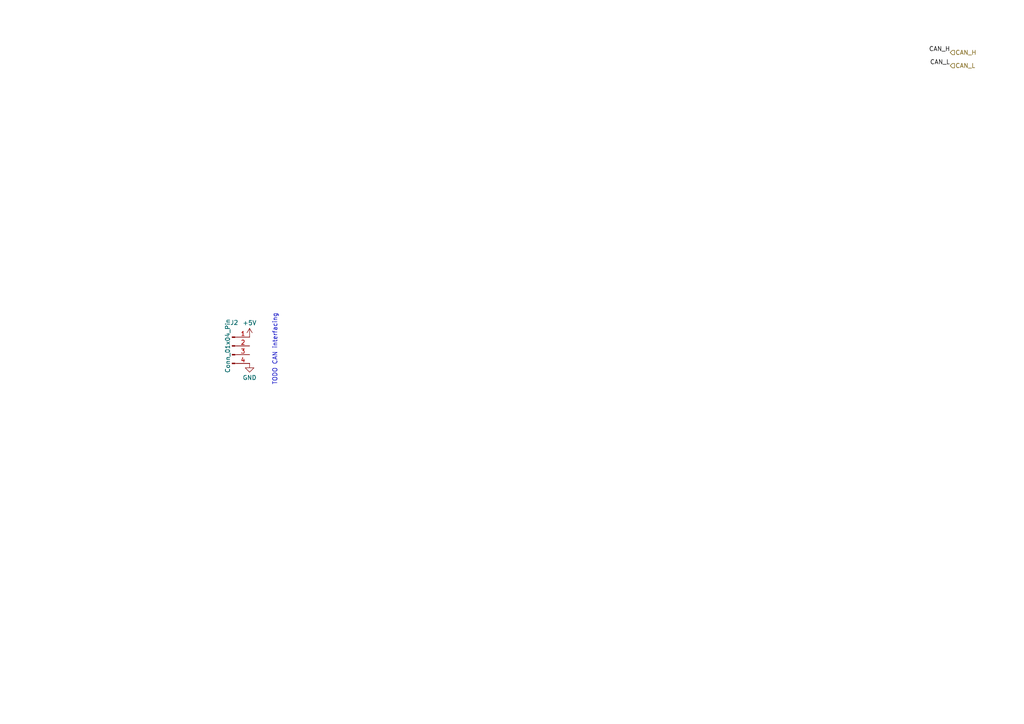
<source format=kicad_sch>
(kicad_sch
	(version 20231120)
	(generator "eeschema")
	(generator_version "8.0")
	(uuid "f8634d4b-7b4e-4802-80a9-7097bb037d71")
	(paper "A4")
	(lib_symbols
		(symbol "Connector:Conn_01x04_Pin"
			(pin_names
				(offset 1.016) hide)
			(exclude_from_sim no)
			(in_bom yes)
			(on_board yes)
			(property "Reference" "J"
				(at 0 5.08 0)
				(effects
					(font
						(size 1.27 1.27)
					)
				)
			)
			(property "Value" "Conn_01x04_Pin"
				(at 0 -7.62 0)
				(effects
					(font
						(size 1.27 1.27)
					)
				)
			)
			(property "Footprint" ""
				(at 0 0 0)
				(effects
					(font
						(size 1.27 1.27)
					)
					(hide yes)
				)
			)
			(property "Datasheet" "~"
				(at 0 0 0)
				(effects
					(font
						(size 1.27 1.27)
					)
					(hide yes)
				)
			)
			(property "Description" "Generic connector, single row, 01x04, script generated"
				(at 0 0 0)
				(effects
					(font
						(size 1.27 1.27)
					)
					(hide yes)
				)
			)
			(property "ki_locked" ""
				(at 0 0 0)
				(effects
					(font
						(size 1.27 1.27)
					)
				)
			)
			(property "ki_keywords" "connector"
				(at 0 0 0)
				(effects
					(font
						(size 1.27 1.27)
					)
					(hide yes)
				)
			)
			(property "ki_fp_filters" "Connector*:*_1x??_*"
				(at 0 0 0)
				(effects
					(font
						(size 1.27 1.27)
					)
					(hide yes)
				)
			)
			(symbol "Conn_01x04_Pin_1_1"
				(polyline
					(pts
						(xy 1.27 -5.08) (xy 0.8636 -5.08)
					)
					(stroke
						(width 0.1524)
						(type default)
					)
					(fill
						(type none)
					)
				)
				(polyline
					(pts
						(xy 1.27 -2.54) (xy 0.8636 -2.54)
					)
					(stroke
						(width 0.1524)
						(type default)
					)
					(fill
						(type none)
					)
				)
				(polyline
					(pts
						(xy 1.27 0) (xy 0.8636 0)
					)
					(stroke
						(width 0.1524)
						(type default)
					)
					(fill
						(type none)
					)
				)
				(polyline
					(pts
						(xy 1.27 2.54) (xy 0.8636 2.54)
					)
					(stroke
						(width 0.1524)
						(type default)
					)
					(fill
						(type none)
					)
				)
				(rectangle
					(start 0.8636 -4.953)
					(end 0 -5.207)
					(stroke
						(width 0.1524)
						(type default)
					)
					(fill
						(type outline)
					)
				)
				(rectangle
					(start 0.8636 -2.413)
					(end 0 -2.667)
					(stroke
						(width 0.1524)
						(type default)
					)
					(fill
						(type outline)
					)
				)
				(rectangle
					(start 0.8636 0.127)
					(end 0 -0.127)
					(stroke
						(width 0.1524)
						(type default)
					)
					(fill
						(type outline)
					)
				)
				(rectangle
					(start 0.8636 2.667)
					(end 0 2.413)
					(stroke
						(width 0.1524)
						(type default)
					)
					(fill
						(type outline)
					)
				)
				(pin passive line
					(at 5.08 2.54 180)
					(length 3.81)
					(name "Pin_1"
						(effects
							(font
								(size 1.27 1.27)
							)
						)
					)
					(number "1"
						(effects
							(font
								(size 1.27 1.27)
							)
						)
					)
				)
				(pin passive line
					(at 5.08 0 180)
					(length 3.81)
					(name "Pin_2"
						(effects
							(font
								(size 1.27 1.27)
							)
						)
					)
					(number "2"
						(effects
							(font
								(size 1.27 1.27)
							)
						)
					)
				)
				(pin passive line
					(at 5.08 -2.54 180)
					(length 3.81)
					(name "Pin_3"
						(effects
							(font
								(size 1.27 1.27)
							)
						)
					)
					(number "3"
						(effects
							(font
								(size 1.27 1.27)
							)
						)
					)
				)
				(pin passive line
					(at 5.08 -5.08 180)
					(length 3.81)
					(name "Pin_4"
						(effects
							(font
								(size 1.27 1.27)
							)
						)
					)
					(number "4"
						(effects
							(font
								(size 1.27 1.27)
							)
						)
					)
				)
			)
		)
		(symbol "power:+5V"
			(power)
			(pin_numbers hide)
			(pin_names
				(offset 0) hide)
			(exclude_from_sim no)
			(in_bom yes)
			(on_board yes)
			(property "Reference" "#PWR"
				(at 0 -3.81 0)
				(effects
					(font
						(size 1.27 1.27)
					)
					(hide yes)
				)
			)
			(property "Value" "+5V"
				(at 0 3.556 0)
				(effects
					(font
						(size 1.27 1.27)
					)
				)
			)
			(property "Footprint" ""
				(at 0 0 0)
				(effects
					(font
						(size 1.27 1.27)
					)
					(hide yes)
				)
			)
			(property "Datasheet" ""
				(at 0 0 0)
				(effects
					(font
						(size 1.27 1.27)
					)
					(hide yes)
				)
			)
			(property "Description" "Power symbol creates a global label with name \"+5V\""
				(at 0 0 0)
				(effects
					(font
						(size 1.27 1.27)
					)
					(hide yes)
				)
			)
			(property "ki_keywords" "global power"
				(at 0 0 0)
				(effects
					(font
						(size 1.27 1.27)
					)
					(hide yes)
				)
			)
			(symbol "+5V_0_1"
				(polyline
					(pts
						(xy -0.762 1.27) (xy 0 2.54)
					)
					(stroke
						(width 0)
						(type default)
					)
					(fill
						(type none)
					)
				)
				(polyline
					(pts
						(xy 0 0) (xy 0 2.54)
					)
					(stroke
						(width 0)
						(type default)
					)
					(fill
						(type none)
					)
				)
				(polyline
					(pts
						(xy 0 2.54) (xy 0.762 1.27)
					)
					(stroke
						(width 0)
						(type default)
					)
					(fill
						(type none)
					)
				)
			)
			(symbol "+5V_1_1"
				(pin power_in line
					(at 0 0 90)
					(length 0)
					(name "~"
						(effects
							(font
								(size 1.27 1.27)
							)
						)
					)
					(number "1"
						(effects
							(font
								(size 1.27 1.27)
							)
						)
					)
				)
			)
		)
		(symbol "power:GND"
			(power)
			(pin_numbers hide)
			(pin_names
				(offset 0) hide)
			(exclude_from_sim no)
			(in_bom yes)
			(on_board yes)
			(property "Reference" "#PWR"
				(at 0 -6.35 0)
				(effects
					(font
						(size 1.27 1.27)
					)
					(hide yes)
				)
			)
			(property "Value" "GND"
				(at 0 -3.81 0)
				(effects
					(font
						(size 1.27 1.27)
					)
				)
			)
			(property "Footprint" ""
				(at 0 0 0)
				(effects
					(font
						(size 1.27 1.27)
					)
					(hide yes)
				)
			)
			(property "Datasheet" ""
				(at 0 0 0)
				(effects
					(font
						(size 1.27 1.27)
					)
					(hide yes)
				)
			)
			(property "Description" "Power symbol creates a global label with name \"GND\" , ground"
				(at 0 0 0)
				(effects
					(font
						(size 1.27 1.27)
					)
					(hide yes)
				)
			)
			(property "ki_keywords" "global power"
				(at 0 0 0)
				(effects
					(font
						(size 1.27 1.27)
					)
					(hide yes)
				)
			)
			(symbol "GND_0_1"
				(polyline
					(pts
						(xy 0 0) (xy 0 -1.27) (xy 1.27 -1.27) (xy 0 -2.54) (xy -1.27 -1.27) (xy 0 -1.27)
					)
					(stroke
						(width 0)
						(type default)
					)
					(fill
						(type none)
					)
				)
			)
			(symbol "GND_1_1"
				(pin power_in line
					(at 0 0 270)
					(length 0)
					(name "~"
						(effects
							(font
								(size 1.27 1.27)
							)
						)
					)
					(number "1"
						(effects
							(font
								(size 1.27 1.27)
							)
						)
					)
				)
			)
		)
	)
	(text "TODO CAN interfacing"
		(exclude_from_sim no)
		(at 79.756 101.346 90)
		(effects
			(font
				(size 1.27 1.27)
			)
		)
		(uuid "13e4ed86-46a0-4bc2-bf8e-89f0b65c129c")
	)
	(label "CAN_L"
		(at 275.59 19.05 180)
		(fields_autoplaced yes)
		(effects
			(font
				(size 1.27 1.27)
			)
			(justify right bottom)
		)
		(uuid "5f6b7ee5-8796-4ba0-be98-afd9b33fa437")
	)
	(label "CAN_H"
		(at 275.59 15.24 180)
		(fields_autoplaced yes)
		(effects
			(font
				(size 1.27 1.27)
			)
			(justify right bottom)
		)
		(uuid "7911cfc8-a0f9-4129-9f70-95ec76907b7e")
	)
	(hierarchical_label "CAN_H"
		(shape input)
		(at 275.59 15.24 0)
		(fields_autoplaced yes)
		(effects
			(font
				(size 1.27 1.27)
			)
			(justify left)
		)
		(uuid "74a50eaf-379a-4ed6-b1f4-d63cb1d9f9ff")
	)
	(hierarchical_label "CAN_L"
		(shape input)
		(at 275.59 19.05 0)
		(fields_autoplaced yes)
		(effects
			(font
				(size 1.27 1.27)
			)
			(justify left)
		)
		(uuid "cc566945-2e08-4702-804d-be6c74e5cfe7")
	)
	(symbol
		(lib_id "power:GND")
		(at 72.39 105.41 0)
		(unit 1)
		(exclude_from_sim no)
		(in_bom yes)
		(on_board yes)
		(dnp no)
		(fields_autoplaced yes)
		(uuid "0c39003d-8ff6-44de-85f0-4649575a8935")
		(property "Reference" "#PWR03"
			(at 72.39 111.76 0)
			(effects
				(font
					(size 1.27 1.27)
				)
				(hide yes)
			)
		)
		(property "Value" "GND"
			(at 72.39 109.5431 0)
			(effects
				(font
					(size 1.27 1.27)
				)
			)
		)
		(property "Footprint" ""
			(at 72.39 105.41 0)
			(effects
				(font
					(size 1.27 1.27)
				)
				(hide yes)
			)
		)
		(property "Datasheet" ""
			(at 72.39 105.41 0)
			(effects
				(font
					(size 1.27 1.27)
				)
				(hide yes)
			)
		)
		(property "Description" "Power symbol creates a global label with name \"GND\" , ground"
			(at 72.39 105.41 0)
			(effects
				(font
					(size 1.27 1.27)
				)
				(hide yes)
			)
		)
		(pin "1"
			(uuid "ea067dac-e843-4024-87a9-a7c96a94d072")
		)
		(instances
			(project ""
				(path "/e87d5277-7d46-4d0d-9217-730b2b1f3b51/36459019-b0f5-4788-9899-072982c72177"
					(reference "#PWR03")
					(unit 1)
				)
			)
		)
	)
	(symbol
		(lib_id "power:+5V")
		(at 72.39 97.79 0)
		(unit 1)
		(exclude_from_sim no)
		(in_bom yes)
		(on_board yes)
		(dnp no)
		(fields_autoplaced yes)
		(uuid "e996ad9b-18a8-49d6-b902-38e9ac2d75e2")
		(property "Reference" "#PWR04"
			(at 72.39 101.6 0)
			(effects
				(font
					(size 1.27 1.27)
				)
				(hide yes)
			)
		)
		(property "Value" "+5V"
			(at 72.39 93.6569 0)
			(effects
				(font
					(size 1.27 1.27)
				)
			)
		)
		(property "Footprint" ""
			(at 72.39 97.79 0)
			(effects
				(font
					(size 1.27 1.27)
				)
				(hide yes)
			)
		)
		(property "Datasheet" ""
			(at 72.39 97.79 0)
			(effects
				(font
					(size 1.27 1.27)
				)
				(hide yes)
			)
		)
		(property "Description" "Power symbol creates a global label with name \"+5V\""
			(at 72.39 97.79 0)
			(effects
				(font
					(size 1.27 1.27)
				)
				(hide yes)
			)
		)
		(pin "1"
			(uuid "6ded023f-7a07-4bbb-9be7-3e7fac8113ce")
		)
		(instances
			(project ""
				(path "/e87d5277-7d46-4d0d-9217-730b2b1f3b51/36459019-b0f5-4788-9899-072982c72177"
					(reference "#PWR04")
					(unit 1)
				)
			)
		)
	)
	(symbol
		(lib_id "Connector:Conn_01x04_Pin")
		(at 67.31 100.33 0)
		(unit 1)
		(exclude_from_sim no)
		(in_bom yes)
		(on_board yes)
		(dnp no)
		(uuid "fdf6cb48-72f7-49db-86a2-68a81ca19c4f")
		(property "Reference" "J2"
			(at 67.945 93.5693 0)
			(effects
				(font
					(size 1.27 1.27)
				)
			)
		)
		(property "Value" "Conn_01x04_Pin"
			(at 66.04 100.33 90)
			(effects
				(font
					(size 1.27 1.27)
				)
			)
		)
		(property "Footprint" ""
			(at 67.31 100.33 0)
			(effects
				(font
					(size 1.27 1.27)
				)
				(hide yes)
			)
		)
		(property "Datasheet" "~"
			(at 67.31 100.33 0)
			(effects
				(font
					(size 1.27 1.27)
				)
				(hide yes)
			)
		)
		(property "Description" "Generic connector, single row, 01x04, script generated"
			(at 67.31 100.33 0)
			(effects
				(font
					(size 1.27 1.27)
				)
				(hide yes)
			)
		)
		(pin "1"
			(uuid "5725b7e7-90aa-4839-bae3-ec568be59338")
		)
		(pin "2"
			(uuid "9afead4e-a00c-41f4-9070-35c6af643d0b")
		)
		(pin "3"
			(uuid "df9f3ff1-e8b5-43dc-bb44-eda053be55c1")
		)
		(pin "4"
			(uuid "9ce5d1f3-c3d8-4624-bf6e-ae465fe258f7")
		)
		(instances
			(project ""
				(path "/e87d5277-7d46-4d0d-9217-730b2b1f3b51/36459019-b0f5-4788-9899-072982c72177"
					(reference "J2")
					(unit 1)
				)
			)
		)
	)
)

</source>
